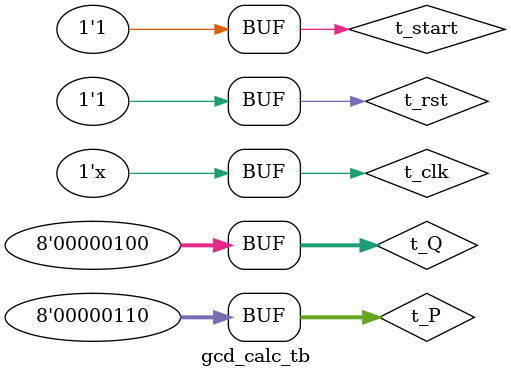
<source format=v>
module gcd_calc_tb();
reg t_clk, t_rst, t_start;
reg [7:0] t_P, t_Q;
wire [7:0] t_R;
wire t_done;


gcd_calc gcd_calc_inst(
.clk(t_clk),
.rst(t_rst),
.start(t_start),
.P(t_P),
.Q(t_Q),
.R(t_R),
.done(t_done)
);

always #5 t_clk = ~t_clk;

initial begin
    t_clk = 0;
    t_rst = 1;
    t_start = 0;
    t_P = 0;
    t_Q = 0;
end

initial begin
    #5 t_rst = 0;
    #5 t_rst = 1;

    #5 t_P = 8'b00000110;
        t_Q = 8'b00000100;
        t_start = 1;

end

initial
    $monitor("clk=%b rst=%b start=%b P=%b Q=%b R=%b done=%b", t_clk, t_rst, t_start, t_P, t_Q, t_R, t_done);
endmodule

</source>
